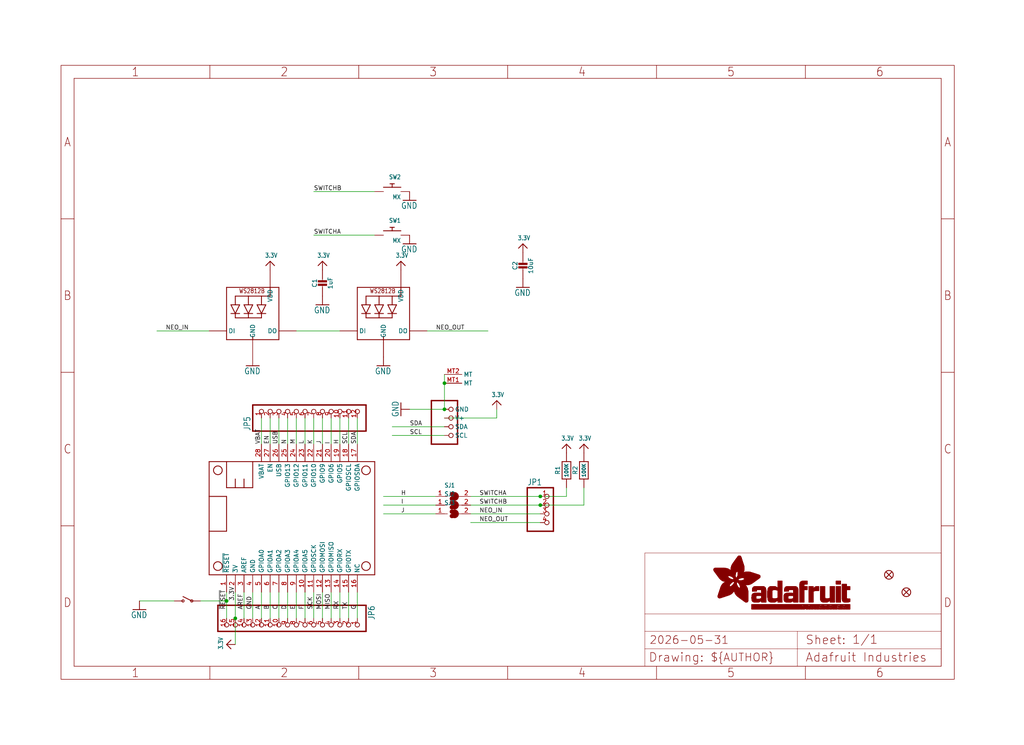
<source format=kicad_sch>
(kicad_sch (version 20230121) (generator eeschema)
  (paper "User" 298.45 217.322)
  (lib_symbols
    (symbol "working-eagle-import:3.3V" (power)
      (property "Value" "3.3V" (at -1.524 1.016 0))
      (symbol "3.3V_1_0"
        (pin power_in line (at 0 -2.54 90) (length 2.54) (name "3.3V") (number "1"))
      )
    )
    (symbol "working-eagle-import:CAP_CERAMIC0603_NO"
      (property "Reference" "C" (at -2.29 1.25 90))
      (symbol "CAP_CERAMIC0603_NO_1_0"
        (pin passive line (at 0 5.08 270) (length 2.54) (name "1") (number "1"))
        (pin passive line (at 0 -2.54 90) (length 2.54) (name "2") (number "2"))
      )
    )
    (symbol "working-eagle-import:CAP_CERAMIC0805-NOOUTLINE"
      (property "Reference" "C" (at -2.29 1.25 90))
      (symbol "CAP_CERAMIC0805-NOOUTLINE_1_0"
        (pin passive line (at 0 5.08 270) (length 2.54) (name "1") (number "1"))
        (pin passive line (at 0 -2.54 90) (length 2.54) (name "2") (number "2"))
      )
    )
    (symbol "working-eagle-import:FEATHERWING_NODIM"
      (symbol "FEATHERWING_NODIM_1_0"
        (pin input line (at 5.08 -5.08 90) (length 5.08) (name "~{RESET}") (number "1"))
        (pin bidirectional line (at 27.94 -5.08 90) (length 5.08) (name "GPIOA5") (number "10"))
        (pin bidirectional line (at 30.48 -5.08 90) (length 5.08) (name "GPIOSCK") (number "11"))
        (pin bidirectional line (at 33.02 -5.08 90) (length 5.08) (name "GPIOMOSI") (number "12"))
        (pin bidirectional line (at 35.56 -5.08 90) (length 5.08) (name "GPIOMISO") (number "13"))
        (pin bidirectional line (at 38.1 -5.08 90) (length 5.08) (name "GPIORX") (number "14"))
        (pin bidirectional line (at 40.64 -5.08 90) (length 5.08) (name "GPIOTX") (number "15"))
        (pin passive line (at 43.18 -5.08 90) (length 5.08) (name "NC") (number "16"))
        (pin bidirectional line (at 43.18 38.1 270) (length 5.08) (name "GPIOSDA") (number "17"))
        (pin bidirectional line (at 40.64 38.1 270) (length 5.08) (name "GPIOSCL") (number "18"))
        (pin bidirectional line (at 38.1 38.1 270) (length 5.08) (name "GPIO5") (number "19"))
        (pin power_in line (at 7.62 -5.08 90) (length 5.08) (name "3V") (number "2"))
        (pin bidirectional line (at 35.56 38.1 270) (length 5.08) (name "GPIO6") (number "20"))
        (pin bidirectional line (at 33.02 38.1 270) (length 5.08) (name "GPIO9") (number "21"))
        (pin bidirectional line (at 30.48 38.1 270) (length 5.08) (name "GPIO10") (number "22"))
        (pin bidirectional line (at 27.94 38.1 270) (length 5.08) (name "GPIO11") (number "23"))
        (pin bidirectional line (at 25.4 38.1 270) (length 5.08) (name "GPIO12") (number "24"))
        (pin bidirectional line (at 22.86 38.1 270) (length 5.08) (name "GPIO13") (number "25"))
        (pin power_in line (at 20.32 38.1 270) (length 5.08) (name "USB") (number "26"))
        (pin passive line (at 17.78 38.1 270) (length 5.08) (name "EN") (number "27"))
        (pin power_in line (at 15.24 38.1 270) (length 5.08) (name "VBAT") (number "28"))
        (pin passive line (at 10.16 -5.08 90) (length 5.08) (name "AREF") (number "3"))
        (pin power_in line (at 12.7 -5.08 90) (length 5.08) (name "GND") (number "4"))
        (pin bidirectional line (at 15.24 -5.08 90) (length 5.08) (name "GPIOA0") (number "5"))
        (pin bidirectional line (at 17.78 -5.08 90) (length 5.08) (name "GPIOA1") (number "6"))
        (pin bidirectional line (at 20.32 -5.08 90) (length 5.08) (name "GPIOA2") (number "7"))
        (pin bidirectional line (at 22.86 -5.08 90) (length 5.08) (name "GPIOA3") (number "8"))
        (pin bidirectional line (at 25.4 -5.08 90) (length 5.08) (name "GPIOA4") (number "9"))
      )
    )
    (symbol "working-eagle-import:FIDUCIAL_1MM")
    (symbol "working-eagle-import:FRAME_A4_ADAFRUIT"
      (symbol "FRAME_A4_ADAFRUIT_1_0"
        (text "${#}/${##}" (at 230.505 10.16 0) (effects (font (size 2.54 2.54)) (justify left bottom)))
        (text "${AUTHOR}" (at 189.23 5.08 0) (effects (font (size 2.286 2.286)) (justify left bottom)))
        (text "${CURRENT_DATE}" (at 171.45 10.16 0) (effects (font (size 2.286 2.286)) (justify left bottom)))
        (text "${PROJECTNAME}" (at 171.45 15.24 0) (effects (font (size 2.54 2.54)) (justify left bottom)))
        (text "1" (at 21.6958 1.905 0) (effects (font (size 2.54 2.286))))
        (text "1" (at 21.6958 177.165 0) (effects (font (size 2.54 2.286))))
        (text "2" (at 65.0875 1.905 0) (effects (font (size 2.54 2.286))))
        (text "2" (at 65.0875 177.165 0) (effects (font (size 2.54 2.286))))
        (text "3" (at 108.4792 1.905 0) (effects (font (size 2.54 2.286))))
        (text "3" (at 108.4792 177.165 0) (effects (font (size 2.54 2.286))))
        (text "4" (at 151.8708 1.905 0) (effects (font (size 2.54 2.286))))
        (text "4" (at 151.8708 177.165 0) (effects (font (size 2.54 2.286))))
        (text "5" (at 195.2625 1.905 0) (effects (font (size 2.54 2.286))))
        (text "5" (at 195.2625 177.165 0) (effects (font (size 2.54 2.286))))
        (text "6" (at 238.6542 1.905 0) (effects (font (size 2.54 2.286))))
        (text "6" (at 238.6542 177.165 0) (effects (font (size 2.54 2.286))))
        (text "A" (at 1.905 156.6863 0) (effects (font (size 2.54 2.286))))
        (text "A" (at 258.445 156.6863 0) (effects (font (size 2.54 2.286))))
        (text "Adafruit Industries" (at 216.916 4.953 0) (effects (font (size 2.54 2.54)) (justify left bottom)))
        (text "B" (at 1.905 111.9188 0) (effects (font (size 2.54 2.286))))
        (text "B" (at 258.445 111.9188 0) (effects (font (size 2.54 2.286))))
        (text "C" (at 1.905 67.1513 0) (effects (font (size 2.54 2.286))))
        (text "C" (at 258.445 67.1513 0) (effects (font (size 2.54 2.286))))
        (text "D" (at 1.905 22.3838 0) (effects (font (size 2.54 2.286))))
        (text "D" (at 258.445 22.3838 0) (effects (font (size 2.54 2.286))))
        (text "Drawing:" (at 171.196 4.953 0) (effects (font (size 2.54 2.54)) (justify left bottom)))
        (text "Sheet:" (at 216.916 10.033 0) (effects (font (size 2.54 2.54)) (justify left bottom)))
      )
    )
    (symbol "working-eagle-import:GND" (power)
      (property "Value" "GND" (at -2.54 -2.54 0))
      (symbol "GND_1_0"
        (pin power_in line (at 0 2.54 270) (length 2.54) (name "GND") (number "1"))
      )
    )
    (symbol "working-eagle-import:HEADER-1X12"
      (property "Reference" "JP" (at -6.35 18.415 0))
      (symbol "HEADER-1X12_1_0"
        (pin passive inverted (at -2.54 15.24 0) (length 2.54) (name "1") (number "1"))
        (pin passive inverted (at -2.54 -7.62 0) (length 2.54) (name "10") (number "10"))
        (pin passive inverted (at -2.54 -10.16 0) (length 2.54) (name "11") (number "11"))
        (pin passive inverted (at -2.54 -12.7 0) (length 2.54) (name "12") (number "12"))
        (pin passive inverted (at -2.54 12.7 0) (length 2.54) (name "2") (number "2"))
        (pin passive inverted (at -2.54 10.16 0) (length 2.54) (name "3") (number "3"))
        (pin passive inverted (at -2.54 7.62 0) (length 2.54) (name "4") (number "4"))
        (pin passive inverted (at -2.54 5.08 0) (length 2.54) (name "5") (number "5"))
        (pin passive inverted (at -2.54 2.54 0) (length 2.54) (name "6") (number "6"))
        (pin passive inverted (at -2.54 0 0) (length 2.54) (name "7") (number "7"))
        (pin passive inverted (at -2.54 -2.54 0) (length 2.54) (name "8") (number "8"))
        (pin passive inverted (at -2.54 -5.08 0) (length 2.54) (name "9") (number "9"))
      )
    )
    (symbol "working-eagle-import:HEADER-1X16ROUND"
      (property "Reference" "JP" (at -6.35 20.955 0))
      (symbol "HEADER-1X16ROUND_1_0"
        (pin passive inverted (at -2.54 17.78 0) (length 2.54) (name "1") (number "1"))
        (pin passive inverted (at -2.54 -5.08 0) (length 2.54) (name "10") (number "10"))
        (pin passive inverted (at -2.54 -7.62 0) (length 2.54) (name "11") (number "11"))
        (pin passive inverted (at -2.54 -10.16 0) (length 2.54) (name "12") (number "12"))
        (pin passive inverted (at -2.54 -12.7 0) (length 2.54) (name "13") (number "13"))
        (pin passive inverted (at -2.54 -15.24 0) (length 2.54) (name "14") (number "14"))
        (pin passive inverted (at -2.54 -17.78 0) (length 2.54) (name "15") (number "15"))
        (pin passive inverted (at -2.54 -20.32 0) (length 2.54) (name "16") (number "16"))
        (pin passive inverted (at -2.54 15.24 0) (length 2.54) (name "2") (number "2"))
        (pin passive inverted (at -2.54 12.7 0) (length 2.54) (name "3") (number "3"))
        (pin passive inverted (at -2.54 10.16 0) (length 2.54) (name "4") (number "4"))
        (pin passive inverted (at -2.54 7.62 0) (length 2.54) (name "5") (number "5"))
        (pin passive inverted (at -2.54 5.08 0) (length 2.54) (name "6") (number "6"))
        (pin passive inverted (at -2.54 2.54 0) (length 2.54) (name "7") (number "7"))
        (pin passive inverted (at -2.54 0 0) (length 2.54) (name "8") (number "8"))
        (pin passive inverted (at -2.54 -2.54 0) (length 2.54) (name "9") (number "9"))
      )
    )
    (symbol "working-eagle-import:HEADER-1X4ROUND"
      (property "Reference" "JP" (at -6.35 8.255 0))
      (symbol "HEADER-1X4ROUND_1_0"
        (pin passive inverted (at -2.54 5.08 0) (length 2.54) (name "1") (number "1"))
        (pin passive inverted (at -2.54 2.54 0) (length 2.54) (name "2") (number "2"))
        (pin passive inverted (at -2.54 0 0) (length 2.54) (name "3") (number "3"))
        (pin passive inverted (at -2.54 -2.54 0) (length 2.54) (name "4") (number "4"))
      )
    )
    (symbol "working-eagle-import:RESISTOR_0603_NOOUT"
      (property "Reference" "R" (at 0 2.54 0))
      (symbol "RESISTOR_0603_NOOUT_1_0"
        (pin passive line (at -5.08 0 0) (length 2.54) (name "1") (number "1"))
        (pin passive line (at 5.08 0 180) (length 2.54) (name "2") (number "2"))
      )
    )
    (symbol "working-eagle-import:SOLDERJUMPERCLOSED"
      (property "Reference" "SJ" (at -2.54 2.54 0))
      (symbol "SOLDERJUMPERCLOSED_1_0"
        (pin passive line (at -5.08 0 0) (length 2.54) (name "1") (number "1"))
        (pin passive line (at 5.08 0 180) (length 2.54) (name "2") (number "2"))
      )
    )
    (symbol "working-eagle-import:STEMMA_I2C_QT"
      (symbol "STEMMA_I2C_QT_1_0"
        (pin passive inverted (at 0 5.08 0) (length 2.54) (name "GND") (number "1"))
        (pin passive inverted (at 0 2.54 0) (length 2.54) (name "V+") (number "2"))
        (pin passive inverted (at 0 0 0) (length 2.54) (name "SDA") (number "3"))
        (pin passive inverted (at 0 -2.54 0) (length 2.54) (name "SCL") (number "4"))
      )
      (symbol "STEMMA_I2C_QT_2_0"
        (pin bidirectional line (at 0 0 0) (length 5.08) (name "MT") (number "MT1"))
      )
      (symbol "STEMMA_I2C_QT_3_0"
        (pin bidirectional line (at 0 0 0) (length 5.08) (name "MT") (number "MT2"))
      )
    )
    (symbol "working-eagle-import:SWITCH_PUSHBUTTON_KAILH_SOCKET"
      (property "Reference" "SW" (at -2.54 3.556 0))
      (symbol "SWITCH_PUSHBUTTON_KAILH_SOCKET_1_0"
        (pin passive line (at -5.08 0 0) (length 2.54) (name "P$1") (number "1"))
        (pin passive line (at 5.08 0 180) (length 2.54) (name "P$2") (number "2"))
      )
    )
    (symbol "working-eagle-import:SWITCH_SPST_TACT_RA"
      (symbol "SWITCH_SPST_TACT_RA_1_0"
        (pin passive line (at -5.08 0 0) (length 2.54) (name "P") (number "1"))
        (pin passive line (at 2.54 0 180) (length 2.54) (name "S") (number "2"))
      )
      (symbol "SWITCH_SPST_TACT_RA_2_0"
        (pin bidirectional line (at 0 0 0) (length 5.08) (name "MT") (number "MT1"))
        (pin bidirectional line (at 0 0 0) (length 5.08) (name "MT") (number "MT2"))
      )
    )
    (symbol "working-eagle-import:WS2812B_SK6812E"
      (symbol "WS2812B_SK6812E_1_0"
        (text "WS2812B" (at -4.064 8.382 0) (effects (font (size 1.27 1.0795)) (justify left bottom)))
        (pin power_in line (at 5.08 15.24 270) (length 5.08) (name "VDD") (number "1-VDD"))
        (pin output line (at 12.7 -2.54 180) (length 5.08) (name "DO") (number "2-DOUT"))
        (pin power_in line (at 0 -10.16 90) (length 5.08) (name "GND") (number "3-GND"))
        (pin input line (at -12.7 -2.54 0) (length 5.08) (name "DI") (number "4-DIN"))
      )
    )
  )
  (junction (at 157.48 144.78))
  (junction (at 157.48 147.32))
  (junction (at 66.04 175.26))
  (junction (at 68.58 180.34))
  (junction (at 129.54 111.76))
  (junction (at 129.54 119.38))
  (wire (pts (xy 99.06 121.92) (xy 99.06 129.54)) (stroke (width 0.1524)))
  (wire (pts (xy 104.14 180.34) (xy 104.14 172.72)) (stroke (width 0.1524)))
  (wire (pts (xy 124.46 96.52) (xy 142.24 96.52)) (stroke (width 0.1524)))
  (wire (pts (xy 81.28 121.92) (xy 81.28 129.54)) (stroke (width 0.1524)))
  (wire (pts (xy 109.22 55.88) (xy 91.44 55.88)) (stroke (width 0.1524)))
  (wire (pts (xy 157.48 144.78) (xy 165.1 144.78)) (stroke (width 0.1524)))
  (wire (pts (xy 76.2 121.92) (xy 76.2 129.54)) (stroke (width 0.1524)))
  (wire (pts (xy 83.82 121.92) (xy 83.82 129.54)) (stroke (width 0.1524)))
  (wire (pts (xy 96.52 180.34) (xy 96.52 172.72)) (stroke (width 0.1524)))
  (wire (pts (xy 81.28 180.34) (xy 81.28 172.72)) (stroke (width 0.1524)))
  (wire (pts (xy 83.82 180.34) (xy 83.82 172.72)) (stroke (width 0.1524)))
  (wire (pts (xy 66.04 180.34) (xy 66.04 175.26)) (stroke (width 0.1524)))
  (wire (pts (xy 76.2 180.34) (xy 76.2 172.72)) (stroke (width 0.1524)))
  (wire (pts (xy 129.54 124.46) (xy 114.3 124.46)) (stroke (width 0.1524)))
  (wire (pts (xy 129.54 111.76) (xy 129.54 119.38)) (stroke (width 0.1524)))
  (wire (pts (xy 68.58 180.34) (xy 68.58 187.96)) (stroke (width 0.1524)))
  (wire (pts (xy 86.36 121.92) (xy 86.36 129.54)) (stroke (width 0.1524)))
  (wire (pts (xy 78.74 121.92) (xy 78.74 129.54)) (stroke (width 0.1524)))
  (wire (pts (xy 127 149.86) (xy 111.76 149.86)) (stroke (width 0.1524)))
  (wire (pts (xy 111.76 147.32) (xy 127 147.32)) (stroke (width 0.1524)))
  (wire (pts (xy 157.48 144.78) (xy 137.16 144.78)) (stroke (width 0.1524)))
  (wire (pts (xy 114.3 127) (xy 129.54 127)) (stroke (width 0.1524)))
  (wire (pts (xy 40.64 175.26) (xy 50.8 175.26)) (stroke (width 0.1524)))
  (wire (pts (xy 170.18 147.32) (xy 170.18 142.24)) (stroke (width 0.1524)))
  (wire (pts (xy 144.78 119.38) (xy 144.78 121.92)) (stroke (width 0.1524)))
  (wire (pts (xy 88.9 180.34) (xy 88.9 172.72)) (stroke (width 0.1524)))
  (wire (pts (xy 104.14 121.92) (xy 104.14 129.54)) (stroke (width 0.1524)))
  (wire (pts (xy 60.96 96.52) (xy 45.72 96.52)) (stroke (width 0.1524)))
  (wire (pts (xy 137.16 152.4) (xy 157.48 152.4)) (stroke (width 0.1524)))
  (wire (pts (xy 78.74 180.34) (xy 78.74 172.72)) (stroke (width 0.1524)))
  (wire (pts (xy 73.66 180.34) (xy 73.66 172.72)) (stroke (width 0.1524)))
  (wire (pts (xy 127 144.78) (xy 111.76 144.78)) (stroke (width 0.1524)))
  (wire (pts (xy 99.06 180.34) (xy 99.06 172.72)) (stroke (width 0.1524)))
  (wire (pts (xy 101.6 180.34) (xy 101.6 172.72)) (stroke (width 0.1524)))
  (wire (pts (xy 86.36 180.34) (xy 86.36 172.72)) (stroke (width 0.1524)))
  (wire (pts (xy 91.44 121.92) (xy 91.44 129.54)) (stroke (width 0.1524)))
  (wire (pts (xy 71.12 180.34) (xy 71.12 172.72)) (stroke (width 0.1524)))
  (wire (pts (xy 137.16 147.32) (xy 157.48 147.32)) (stroke (width 0.1524)))
  (wire (pts (xy 91.44 180.34) (xy 91.44 172.72)) (stroke (width 0.1524)))
  (wire (pts (xy 165.1 144.78) (xy 165.1 142.24)) (stroke (width 0.1524)))
  (wire (pts (xy 129.54 119.38) (xy 119.38 119.38)) (stroke (width 0.1524)))
  (wire (pts (xy 109.22 68.58) (xy 91.44 68.58)) (stroke (width 0.1524)))
  (wire (pts (xy 129.54 109.22) (xy 129.54 111.76)) (stroke (width 0.1524)))
  (wire (pts (xy 66.04 175.26) (xy 66.04 172.72)) (stroke (width 0.1524)))
  (wire (pts (xy 101.6 121.92) (xy 101.6 129.54)) (stroke (width 0.1524)))
  (wire (pts (xy 93.98 121.92) (xy 93.98 129.54)) (stroke (width 0.1524)))
  (wire (pts (xy 93.98 180.34) (xy 93.98 172.72)) (stroke (width 0.1524)))
  (wire (pts (xy 58.42 175.26) (xy 66.04 175.26)) (stroke (width 0.1524)))
  (wire (pts (xy 86.36 96.52) (xy 99.06 96.52)) (stroke (width 0.1524)))
  (wire (pts (xy 96.52 121.92) (xy 96.52 129.54)) (stroke (width 0.1524)))
  (wire (pts (xy 157.48 149.86) (xy 137.16 149.86)) (stroke (width 0.1524)))
  (wire (pts (xy 129.54 121.92) (xy 144.78 121.92)) (stroke (width 0.1524)))
  (wire (pts (xy 68.58 180.34) (xy 68.58 172.72)) (stroke (width 0.1524)))
  (wire (pts (xy 88.9 121.92) (xy 88.9 129.54)) (stroke (width 0.1524)))
  (wire (pts (xy 157.48 147.32) (xy 170.18 147.32)) (stroke (width 0.1524)))
  (label "F" (at 88.9 177.8 90) (effects (font (size 1.2446 1.2446))))
  (label "I" (at 116.84 147.32 0) (effects (font (size 1.2446 1.2446))))
  (label "L" (at 88.9 129.54 90) (effects (font (size 1.2446 1.2446))))
  (label "MISO" (at 96.52 177.8 90) (effects (font (size 1.2446 1.2446))))
  (label "NEO_IN" (at 48.26 96.52 0) (effects (font (size 1.2446 1.2446))))
  (label "USB" (at 81.28 129.54 90) (effects (font (size 1.2446 1.2446))))
  (label "~{RESET}" (at 66.04 177.8 90) (effects (font (size 1.2446 1.2446))))
  (label "GND" (at 73.66 177.8 90) (effects (font (size 1.2446 1.2446))))
  (label "3.3V" (at 68.58 175.26 90) (effects (font (size 1.2446 1.2446))))
  (label "AREF" (at 71.12 177.8 90) (effects (font (size 1.2446 1.2446))))
  (label "M" (at 86.36 129.54 90) (effects (font (size 1.2446 1.2446))))
  (label "D" (at 83.82 177.8 90) (effects (font (size 1.2446 1.2446))))
  (label "NEO_OUT" (at 139.7 152.4 0) (effects (font (size 1.2446 1.2446))))
  (label "G" (at 104.14 177.8 90) (effects (font (size 1.2446 1.2446))))
  (label "EN" (at 78.74 129.54 90) (effects (font (size 1.2446 1.2446))))
  (label "RX" (at 99.06 177.8 90) (effects (font (size 1.2446 1.2446))))
  (label "NEO_OUT" (at 127 96.52 0) (effects (font (size 1.2446 1.2446))))
  (label "K" (at 91.44 129.54 90) (effects (font (size 1.2446 1.2446))))
  (label "NEO_IN" (at 139.7 149.86 0) (effects (font (size 1.2446 1.2446))))
  (label "SDA" (at 119.38 124.46 0) (effects (font (size 1.2446 1.2446))))
  (label "H" (at 99.06 129.54 90) (effects (font (size 1.2446 1.2446))))
  (label "TX" (at 101.6 177.8 90) (effects (font (size 1.2446 1.2446))))
  (label "VBAT" (at 76.2 129.54 90) (effects (font (size 1.2446 1.2446))))
  (label "B" (at 78.74 177.8 90) (effects (font (size 1.2446 1.2446))))
  (label "MOSI" (at 93.98 177.8 90) (effects (font (size 1.2446 1.2446))))
  (label "SCL" (at 101.6 129.54 90) (effects (font (size 1.2446 1.2446))))
  (label "H" (at 116.84 144.78 0) (effects (font (size 1.2446 1.2446))))
  (label "SCL" (at 119.38 127 0) (effects (font (size 1.2446 1.2446))))
  (label "J" (at 116.84 149.86 0) (effects (font (size 1.2446 1.2446))))
  (label "I" (at 96.52 129.54 90) (effects (font (size 1.2446 1.2446))))
  (label "N" (at 83.82 129.54 90) (effects (font (size 1.2446 1.2446))))
  (label "SWITCHB" (at 91.44 55.88 0) (effects (font (size 1.2446 1.2446))))
  (label "SWITCHA" (at 139.7 144.78 0) (effects (font (size 1.2446 1.2446))))
  (label "E" (at 86.36 177.8 90) (effects (font (size 1.2446 1.2446))))
  (label "J" (at 93.98 129.54 90) (effects (font (size 1.2446 1.2446))))
  (label "SWITCHB" (at 139.7 147.32 0) (effects (font (size 1.2446 1.2446))))
  (label "SDA" (at 104.14 129.54 90) (effects (font (size 1.2446 1.2446))))
  (label "C" (at 81.28 177.8 90) (effects (font (size 1.2446 1.2446))))
  (label "SCK" (at 91.44 177.8 90) (effects (font (size 1.2446 1.2446))))
  (label "A" (at 76.2 177.8 90) (effects (font (size 1.2446 1.2446))))
  (label "SWITCHA" (at 91.44 68.58 0) (effects (font (size 1.2446 1.2446))))
  (symbol (lib_id "working-eagle-import:3.3V") (at 66.04 187.96 90) (unit 1)
    (property "Reference" "#U$6" (effects hide))
    (property "Value" "3.3V" (at 65.024 189.484 0) (effects (font (size 1.27 1.0795)) (justify left bottom)))
  )
  (symbol (lib_id "working-eagle-import:3.3V") (at 116.84 76.2 0) (unit 1)
    (property "Reference" "#U$3" (effects hide))
    (property "Value" "3.3V" (at 115.316 75.184 0) (effects (font (size 1.27 1.0795)) (justify left bottom)))
  )
  (symbol (lib_id "working-eagle-import:3.3V") (at 78.74 76.2 0) (unit 1)
    (property "Reference" "#U$5" (effects hide))
    (property "Value" "3.3V" (at 77.216 75.184 0) (effects (font (size 1.27 1.0795)) (justify left bottom)))
  )
  (symbol (lib_id "working-eagle-import:STEMMA_I2C_QT") (at 129.54 124.46 0) (unit 1)
    (property "Reference" "CONN1" (effects hide))
    (property "Value" "STEMMA_I2C_QT" (effects hide))
    (property "Footprint" "working:JST_SH4" (effects hide))
  )
  (symbol (lib_id "working-eagle-import:FRAME_A4_ADAFRUIT") (at 17.78 198.12 0) (unit 1)
    (property "Reference" "#U$18" (effects hide))
    (property "Value" "FRAME_A4_ADAFRUIT" (effects hide))
  )
  (symbol (lib_id "working-eagle-import:3.3V") (at 165.1 129.54 0) (unit 1)
    (property "Reference" "#U$2" (effects hide))
    (property "Value" "3.3V" (at 163.576 128.524 0) (effects (font (size 1.27 1.0795)) (justify left bottom)))
  )
  (symbol (lib_id "working-eagle-import:HEADER-1X16ROUND") (at 86.36 182.88 270) (unit 1)
    (property "Reference" "JP6" (at 107.315 176.53 0) (effects (font (size 1.778 1.5113)) (justify left bottom)))
    (property "Value" "HEADER-1X16ROUND" (effects hide))
    (property "Footprint" "working:1X16_ROUND" (effects hide))
  )
  (symbol (lib_id "working-eagle-import:FEATHERWING_NODIM") (at 60.96 167.64 0) (unit 1)
    (property "Reference" "MS1" (effects hide))
    (property "Value" "FEATHERWING_NODIM" (effects hide))
    (property "Footprint" "working:FEATHERWING_NODIM" (effects hide))
  )
  (symbol (lib_id "working-eagle-import:GND") (at 152.4 83.82 0) (unit 1)
    (property "Reference" "#GND8" (effects hide))
    (property "Value" "GND" (at 149.86 86.36 0) (effects (font (size 1.778 1.5113)) (justify left bottom)))
  )
  (symbol (lib_id "working-eagle-import:SWITCH_PUSHBUTTON_KAILH_SOCKET") (at 114.3 55.88 0) (mirror y) (unit 1)
    (property "Reference" "SW2" (at 116.84 52.324 0) (effects (font (size 1.27 1.0795)) (justify left bottom)))
    (property "Value" "MX" (at 116.84 58.166 0) (effects (font (size 1.27 1.0795)) (justify left bottom)))
    (property "Footprint" "working:KAILH_SOCKET" (effects hide))
  )
  (symbol (lib_id "working-eagle-import:CAP_CERAMIC0603_NO") (at 93.98 83.82 0) (unit 1)
    (property "Reference" "C1" (at 91.69 82.57 90))
    (property "Value" "1uF" (at 96.28 82.57 90))
    (property "Footprint" "working:0603-NO" (effects hide))
  )
  (symbol (lib_id "working-eagle-import:SOLDERJUMPERCLOSED") (at 132.08 147.32 0) (unit 1)
    (property "Reference" "SJ2" (at 129.54 144.78 0) (effects (font (size 1.27 1.0795)) (justify left bottom)))
    (property "Value" "SOLDERJUMPERCLOSED" (effects hide))
    (property "Footprint" "working:SOLDERJUMPER_CLOSEDWIRE" (effects hide))
  )
  (symbol (lib_id "working-eagle-import:3.3V") (at 152.4 71.12 0) (unit 1)
    (property "Reference" "#U$10" (effects hide))
    (property "Value" "3.3V" (at 150.876 70.104 0) (effects (font (size 1.27 1.0795)) (justify left bottom)))
  )
  (symbol (lib_id "working-eagle-import:GND") (at 116.84 119.38 270) (unit 1)
    (property "Reference" "#GND7" (effects hide))
    (property "Value" "GND" (at 114.3 116.84 0) (effects (font (size 1.778 1.5113)) (justify left bottom)))
  )
  (symbol (lib_id "working-eagle-import:WS2812B_SK6812E") (at 111.76 93.98 0) (unit 1)
    (property "Reference" "LED1" (effects hide))
    (property "Value" "WS2812B_SK6812E" (effects hide))
    (property "Footprint" "working:NEO3535_REVERSE" (effects hide))
  )
  (symbol (lib_id "working-eagle-import:3.3V") (at 144.78 116.84 0) (unit 1)
    (property "Reference" "#U$9" (effects hide))
    (property "Value" "3.3V" (at 143.256 115.824 0) (effects (font (size 1.27 1.0795)) (justify left bottom)))
  )
  (symbol (lib_id "working-eagle-import:WS2812B_SK6812E") (at 73.66 93.98 0) (unit 1)
    (property "Reference" "LED2" (effects hide))
    (property "Value" "WS2812B_SK6812E" (effects hide))
    (property "Footprint" "working:NEO3535_REVERSE" (effects hide))
  )
  (symbol (lib_id "working-eagle-import:GND") (at 119.38 58.42 0) (unit 1)
    (property "Reference" "#GND5" (effects hide))
    (property "Value" "GND" (at 116.84 60.96 0) (effects (font (size 1.778 1.5113)) (justify left bottom)))
  )
  (symbol (lib_id "working-eagle-import:GND") (at 119.38 71.12 0) (unit 1)
    (property "Reference" "#GND4" (effects hide))
    (property "Value" "GND" (at 116.84 73.66 0) (effects (font (size 1.778 1.5113)) (justify left bottom)))
  )
  (symbol (lib_id "working-eagle-import:GND") (at 111.76 106.68 0) (unit 1)
    (property "Reference" "#GND1" (effects hide))
    (property "Value" "GND" (at 109.22 109.22 0) (effects (font (size 1.778 1.5113)) (justify left bottom)))
  )
  (symbol (lib_id "working-eagle-import:3.3V") (at 93.98 76.2 0) (unit 1)
    (property "Reference" "#U$4" (effects hide))
    (property "Value" "3.3V" (at 92.456 75.184 0) (effects (font (size 1.27 1.0795)) (justify left bottom)))
  )
  (symbol (lib_id "working-eagle-import:HEADER-1X12") (at 91.44 119.38 90) (unit 1)
    (property "Reference" "JP5" (at 73.025 125.73 0) (effects (font (size 1.778 1.5113)) (justify left bottom)))
    (property "Value" "HEADER-1X12" (effects hide))
    (property "Footprint" "working:1X12_ROUND" (effects hide))
  )
  (symbol (lib_id "working-eagle-import:GND") (at 73.66 106.68 0) (unit 1)
    (property "Reference" "#GND2" (effects hide))
    (property "Value" "GND" (at 71.12 109.22 0) (effects (font (size 1.778 1.5113)) (justify left bottom)))
  )
  (symbol (lib_id "working-eagle-import:CAP_CERAMIC0805-NOOUTLINE") (at 152.4 78.74 0) (unit 1)
    (property "Reference" "C2" (at 150.11 77.49 90))
    (property "Value" "10uF" (at 154.7 77.49 90))
    (property "Footprint" "working:0805-NO" (effects hide))
  )
  (symbol (lib_id "working-eagle-import:SWITCH_SPST_TACT_RA") (at 53.34 175.26 0) (mirror y) (unit 1)
    (property "Reference" "SW3" (effects hide))
    (property "Value" "SWITCH_SPST_TACT_RA" (effects hide))
    (property "Footprint" "working:SPST_TACTILE_RA" (effects hide))
  )
  (symbol (lib_id "working-eagle-import:STEMMA_I2C_QT") (at 129.54 111.76 0) (unit 2)
    (property "Reference" "CONN1" (effects hide))
    (property "Value" "STEMMA_I2C_QT" (effects hide))
    (property "Footprint" "working:JST_SH4" (effects hide))
  )
  (symbol (lib_id "working-eagle-import:3.3V") (at 170.18 129.54 0) (unit 1)
    (property "Reference" "#U$1" (effects hide))
    (property "Value" "3.3V" (at 168.656 128.524 0) (effects (font (size 1.27 1.0795)) (justify left bottom)))
  )
  (symbol (lib_id "working-eagle-import:GND") (at 93.98 88.9 0) (unit 1)
    (property "Reference" "#GND3" (effects hide))
    (property "Value" "GND" (at 91.44 91.44 0) (effects (font (size 1.778 1.5113)) (justify left bottom)))
  )
  (symbol (lib_id "working-eagle-import:HEADER-1X4ROUND") (at 160.02 149.86 0) (unit 1)
    (property "Reference" "JP1" (at 153.67 141.605 0) (effects (font (size 1.778 1.5113)) (justify left bottom)))
    (property "Value" "HEADER-1X4ROUND" (effects hide))
    (property "Footprint" "working:1X04_ROUND" (effects hide))
  )
  (symbol (lib_id "working-eagle-import:FIDUCIAL_1MM") (at 259.08 167.64 0) (unit 1)
    (property "Reference" "FID1" (effects hide))
    (property "Value" "FIDUCIAL_1MM" (effects hide))
    (property "Footprint" "working:FIDUCIAL_1MM" (effects hide))
  )
  (symbol (lib_id "working-eagle-import:RESISTOR_0603_NOOUT") (at 170.18 137.16 90) (unit 1)
    (property "Reference" "R2" (at 167.64 137.16 0))
    (property "Value" "100K" (at 170.18 137.16 0) (effects (font (size 1.016 1.016) bold)))
    (property "Footprint" "working:0603-NO" (effects hide))
  )
  (symbol (lib_id "working-eagle-import:FIDUCIAL_1MM") (at 264.16 172.72 0) (unit 1)
    (property "Reference" "FID2" (effects hide))
    (property "Value" "FIDUCIAL_1MM" (effects hide))
    (property "Footprint" "working:FIDUCIAL_1MM" (effects hide))
  )
  (symbol (lib_id "working-eagle-import:STEMMA_I2C_QT") (at 129.54 109.22 0) (unit 3)
    (property "Reference" "CONN1" (effects hide))
    (property "Value" "STEMMA_I2C_QT" (effects hide))
    (property "Footprint" "working:JST_SH4" (effects hide))
  )
  (symbol (lib_id "working-eagle-import:RESISTOR_0603_NOOUT") (at 165.1 137.16 90) (unit 1)
    (property "Reference" "R1" (at 162.56 137.16 0))
    (property "Value" "100K" (at 165.1 137.16 0) (effects (font (size 1.016 1.016) bold)))
    (property "Footprint" "working:0603-NO" (effects hide))
  )
  (symbol (lib_id "working-eagle-import:SOLDERJUMPERCLOSED") (at 132.08 149.86 0) (unit 1)
    (property "Reference" "SJ3" (at 129.54 147.32 0) (effects (font (size 1.27 1.0795)) (justify left bottom)))
    (property "Value" "SOLDERJUMPERCLOSED" (effects hide))
    (property "Footprint" "working:SOLDERJUMPER_CLOSEDWIRE" (effects hide))
  )
  (symbol (lib_id "working-eagle-import:SWITCH_PUSHBUTTON_KAILH_SOCKET") (at 114.3 68.58 0) (mirror y) (unit 1)
    (property "Reference" "SW1" (at 116.84 65.024 0) (effects (font (size 1.27 1.0795)) (justify left bottom)))
    (property "Value" "MX" (at 116.84 70.866 0) (effects (font (size 1.27 1.0795)) (justify left bottom)))
    (property "Footprint" "working:KAILH_SOCKET" (effects hide))
  )
  (symbol (lib_id "working-eagle-import:SOLDERJUMPERCLOSED") (at 132.08 144.78 0) (unit 1)
    (property "Reference" "SJ1" (at 129.54 142.24 0) (effects (font (size 1.27 1.0795)) (justify left bottom)))
    (property "Value" "SOLDERJUMPERCLOSED" (effects hide))
    (property "Footprint" "working:SOLDERJUMPER_CLOSEDWIRE" (effects hide))
  )
  (symbol (lib_id "working-eagle-import:GND") (at 40.64 177.8 0) (unit 1)
    (property "Reference" "#GND6" (effects hide))
    (property "Value" "GND" (at 38.1 180.34 0) (effects (font (size 1.778 1.5113)) (justify left bottom)))
  )
)
</source>
